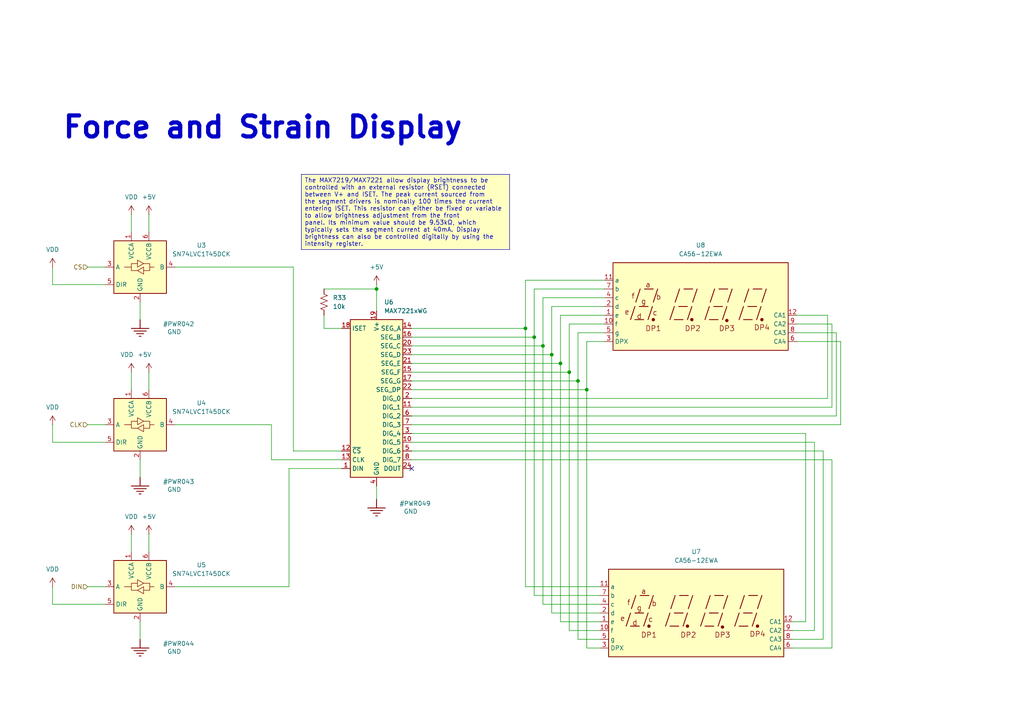
<source format=kicad_sch>
(kicad_sch (version 20231120) (generator "eeschema") (generator_version "8.0")
  (paper "A4")
  (lib_symbols
    (symbol "Device:R_US" (pin_numbers hide) (pin_names (offset 0))
      (property "Reference" "R" (at 2.54 0 90))
      (property "Value" "R_US" (at -2.54 0 90))
      (symbol "R_US_0_1"
        (polyline (pts (xy 0 -2.286) (xy 0 -2.54)))
        (polyline (pts (xy 0 2.286) (xy 0 2.54)))
        (polyline (pts (xy 0 -0.762) (xy 1.016 -1.143) (xy 0 -1.524) (xy -1.016 -1.905) (xy 0 -2.286)))
        (polyline (pts (xy 0 0.762) (xy 1.016 0.381) (xy 0 0) (xy -1.016 -0.381) (xy 0 -0.762)))
        (polyline (pts (xy 0 2.286) (xy 1.016 1.905) (xy 0 1.524) (xy -1.016 1.143) (xy 0 0.762)))
      )
      (symbol "R_US_1_1"
        (pin passive line (at 0 3.81 270) (length 1.27) (name "~") (number "1"))
        (pin passive line (at 0 -3.81 90) (length 1.27) (name "~") (number "2"))
      )
    )
    (symbol "Display_Character:CA56-12EWA"
      (property "Reference" "U" (at -24.13 13.97 0))
      (property "Value" "CA56-12EWA" (at 19.05 13.97 0))
      (symbol "CA56-12EWA_0_0"
        (rectangle (start -25.4 12.7) (end 25.4 -12.7) (stroke (width 0.254)) (fill (type background)))
        (polyline (pts (xy -20.32 -3.81) (xy -19.05 0)) (stroke (width 0.254)))
        (polyline (pts (xy -19.05 -3.81) (xy -16.51 -3.81)) (stroke (width 0.254)))
        (polyline (pts (xy -18.796 1.27) (xy -17.526 5.08)) (stroke (width 0.254)))
        (polyline (pts (xy -17.78 0) (xy -15.24 0)) (stroke (width 0.254)))
        (polyline (pts (xy -16.256 5.08) (xy -13.716 5.08)) (stroke (width 0.254)))
        (polyline (pts (xy -15.24 -3.81) (xy -13.97 0)) (stroke (width 0.254)))
        (polyline (pts (xy -13.716 1.27) (xy -12.446 5.08)) (stroke (width 0.254)))
        (polyline (pts (xy -8.89 -3.81) (xy -7.62 0)) (stroke (width 0.254)))
        (polyline (pts (xy -7.62 -3.81) (xy -5.08 -3.81)) (stroke (width 0.254)))
        (polyline (pts (xy -7.366 1.27) (xy -6.096 5.08)) (stroke (width 0.254)))
        (polyline (pts (xy -6.35 0) (xy -3.81 0)) (stroke (width 0.254)))
        (polyline (pts (xy -4.826 5.08) (xy -2.286 5.08)) (stroke (width 0.254)))
        (polyline (pts (xy -3.81 -3.81) (xy -2.54 0)) (stroke (width 0.254)))
        (polyline (pts (xy -2.286 1.27) (xy -1.016 5.08)) (stroke (width 0.254)))
        (polyline (pts (xy 1.27 -3.81) (xy 2.54 0)) (stroke (width 0.254)))
        (polyline (pts (xy 2.54 -3.81) (xy 5.08 -3.81)) (stroke (width 0.254)))
        (polyline (pts (xy 2.794 1.27) (xy 4.064 5.08)) (stroke (width 0.254)))
        (polyline (pts (xy 3.81 0) (xy 6.35 0)) (stroke (width 0.254)))
        (polyline (pts (xy 5.334 5.08) (xy 7.874 5.08)) (stroke (width 0.254)))
        (polyline (pts (xy 6.35 -3.81) (xy 7.62 0)) (stroke (width 0.254)))
        (polyline (pts (xy 7.874 1.27) (xy 9.144 5.08)) (stroke (width 0.254)))
        (polyline (pts (xy 11.176 -3.81) (xy 12.446 0)) (stroke (width 0.254)))
        (polyline (pts (xy 12.446 -3.81) (xy 14.986 -3.81)) (stroke (width 0.254)))
        (polyline (pts (xy 12.7 1.27) (xy 13.97 5.08)) (stroke (width 0.254)))
        (polyline (pts (xy 13.716 0) (xy 16.256 0)) (stroke (width 0.254)))
        (polyline (pts (xy 15.24 5.08) (xy 17.78 5.08)) (stroke (width 0.254)))
        (polyline (pts (xy 16.256 -3.81) (xy 17.526 0)) (stroke (width 0.254)))
        (polyline (pts (xy 17.78 1.27) (xy 19.05 5.08)) (stroke (width 0.254)))
        (text "a" (at -15.24 6.35 0) (effects (font (size 1.524 1.524))))
        (text "b" (at -12.192 2.794 0) (effects (font (size 1.524 1.524))))
        (text "c" (at -13.208 -1.778 0) (effects (font (size 1.524 1.524))))
        (text "d" (at -17.78 -2.794 0) (effects (font (size 1.524 1.524))))
        (text "DP1" (at -13.716 -6.35 0) (effects (font (size 1.524 1.524))))
        (text "DP2" (at -2.286 -6.35 0) (effects (font (size 1.524 1.524))))
        (text "DP3" (at 7.62 -6.35 0) (effects (font (size 1.524 1.524))))
        (text "DP4" (at 17.78 -6.096 0) (effects (font (size 1.524 1.524))))
        (text "e" (at -21.336 -1.524 0) (effects (font (size 1.524 1.524))))
        (text "f" (at -19.558 3.048 0) (effects (font (size 1.524 1.524))))
        (text "g" (at -16.51 1.524 0) (effects (font (size 1.524 1.524))))
      )
      (symbol "CA56-12EWA_0_1"
        (circle (center -13.716 -3.81) (radius 0.3556) (stroke (width 0.254)) (fill (type outline)))
        (circle (center -2.54 -3.81) (radius 0.3556) (stroke (width 0.254)) (fill (type outline)))
      )
      (symbol "CA56-12EWA_1_0"
        (circle (center 7.62 -4.064) (radius 0.3556) (stroke (width 0.254)) (fill (type outline)))
        (circle (center 17.78 -3.81) (radius 0.3556) (stroke (width 0.254)) (fill (type outline)))
      )
      (symbol "CA56-12EWA_1_1"
        (pin input line (at -27.94 -2.54 0) (length 2.54) (name "e") (number "1"))
        (pin input line (at -27.94 -5.08 0) (length 2.54) (name "f") (number "10"))
        (pin input line (at -27.94 7.62 0) (length 2.54) (name "a") (number "11"))
        (pin input line (at 27.94 -2.54 180) (length 2.54) (name "CA1") (number "12"))
        (pin input line (at -27.94 0 0) (length 2.54) (name "d") (number "2"))
        (pin input line (at -27.94 -10.16 0) (length 2.54) (name "DPX") (number "3"))
        (pin input line (at -27.94 2.54 0) (length 2.54) (name "c") (number "4"))
        (pin input line (at -27.94 -7.62 0) (length 2.54) (name "g") (number "5"))
        (pin input line (at 27.94 -10.16 180) (length 2.54) (name "CA4") (number "6"))
        (pin input line (at -27.94 5.08 0) (length 2.54) (name "b") (number "7"))
        (pin input line (at 27.94 -7.62 180) (length 2.54) (name "CA3") (number "8"))
        (pin input line (at 27.94 -5.08 180) (length 2.54) (name "CA2") (number "9"))
      )
    )
    (symbol "Driver_LED:MAX7221xWG"
      (property "Reference" "U" (at -6.35 24.13 0))
      (property "Value" "MAX7221xWG" (at 1.27 25.4 0))
      (symbol "MAX7221xWG_0_1"
        (rectangle (start -7.62 22.86) (end 7.62 -22.86) (stroke (width 0.254)) (fill (type background)))
      )
      (symbol "MAX7221xWG_1_1"
        (pin input line (at -10.16 -20.32 0) (length 2.54) (name "DIN") (number "1"))
        (pin open_collector line (at 10.16 -12.7 180) (length 2.54) (name "DIG_5") (number "10"))
        (pin open_collector line (at 10.16 -2.54 180) (length 2.54) (name "DIG_1") (number "11"))
        (pin input line (at -10.16 -15.24 0) (length 2.54) (name "~{CS}") (number "12"))
        (pin input line (at -10.16 -17.78 0) (length 2.54) (name "CLK") (number "13"))
        (pin open_emitter line (at 10.16 20.32 180) (length 2.54) (name "SEG_A") (number "14"))
        (pin open_emitter line (at 10.16 7.62 180) (length 2.54) (name "SEG_F") (number "15"))
        (pin open_emitter line (at 10.16 17.78 180) (length 2.54) (name "SEG_B") (number "16"))
        (pin open_emitter line (at 10.16 5.08 180) (length 2.54) (name "SEG_G") (number "17"))
        (pin input line (at -10.16 20.32 0) (length 2.54) (name "ISET") (number "18"))
        (pin power_in line (at 0 25.4 270) (length 2.54) (name "V+") (number "19"))
        (pin open_collector line (at 10.16 0 180) (length 2.54) (name "DIG_0") (number "2"))
        (pin open_emitter line (at 10.16 15.24 180) (length 2.54) (name "SEG_C") (number "20"))
        (pin open_emitter line (at 10.16 10.16 180) (length 2.54) (name "SEG_E") (number "21"))
        (pin open_emitter line (at 10.16 2.54 180) (length 2.54) (name "SEG_DP") (number "22"))
        (pin open_emitter line (at 10.16 12.7 180) (length 2.54) (name "SEG_D") (number "23"))
        (pin output line (at 10.16 -20.32 180) (length 2.54) (name "DOUT") (number "24"))
        (pin open_collector line (at 10.16 -10.16 180) (length 2.54) (name "DIG_4") (number "3"))
        (pin power_in line (at 0 -25.4 90) (length 2.54) (name "GND") (number "4"))
        (pin open_collector line (at 10.16 -15.24 180) (length 2.54) (name "DIG_6") (number "5"))
        (pin open_collector line (at 10.16 -5.08 180) (length 2.54) (name "DIG_2") (number "6"))
        (pin open_collector line (at 10.16 -7.62 180) (length 2.54) (name "DIG_3") (number "7"))
        (pin open_collector line (at 10.16 -17.78 180) (length 2.54) (name "DIG_7") (number "8"))
        (pin passive line (at 0 -25.4 90) (length 2.54) hide (name "GND") (number "9"))
      )
    )
    (symbol "Logic_LevelTranslator:SN74LVC1T45DCK"
      (property "Reference" "U" (at -6.35 8.89 0))
      (property "Value" "SN74LVC1T45DCK" (at 3.81 8.89 0))
      (symbol "SN74LVC1T45DCK_0_1"
        (rectangle (start -7.62 7.62) (end 7.62 -7.62) (stroke (width 0.254)) (fill (type background)))
        (polyline (pts (xy -2.54 0) (xy -2.54 1.016) (xy -0.762 1.016)))
        (polyline (pts (xy 2.794 0) (xy 2.794 -1.016) (xy 1.016 -1.016)))
        (polyline (pts (xy -0.762 -1.016) (xy -2.54 -1.016) (xy -2.54 0) (xy -4.572 0)))
        (polyline (pts (xy -0.762 0) (xy -0.762 2.032) (xy 1.016 1.016) (xy -0.762 0)))
        (polyline (pts (xy 1.016 1.016) (xy 2.794 1.016) (xy 2.794 0) (xy 4.064 0)))
        (polyline (pts (xy 1.016 0) (xy 1.016 -1.778) (xy 1.016 -2.032) (xy -0.762 -1.016) (xy 1.016 0)))
      )
      (symbol "SN74LVC1T45DCK_1_1"
        (pin power_in line (at -2.54 10.16 270) (length 2.54) (name "VCCA") (number "1"))
        (pin power_in line (at 0 -10.16 90) (length 2.54) (name "GND") (number "2"))
        (pin bidirectional line (at -10.16 0 0) (length 2.54) (name "A") (number "3"))
        (pin bidirectional line (at 10.16 0 180) (length 2.54) (name "B") (number "4"))
        (pin input line (at -10.16 -5.08 0) (length 2.54) (name "DIR") (number "5"))
        (pin power_in line (at 2.54 10.16 270) (length 2.54) (name "VCCB") (number "6"))
      )
    )
    (symbol "UMTK-altium-import:GND" (power)
      (property "Reference" "#PWR" (at 0 0 0))
      (property "Value" "GND" (at 0 6.35 0))
      (symbol "GND_0_0"
        (polyline (pts (xy -2.54 -2.54) (xy 2.54 -2.54)) (stroke (width 0.254)))
        (polyline (pts (xy -1.778 -3.302) (xy 1.778 -3.302)) (stroke (width 0.254)))
        (polyline (pts (xy -1.016 -4.064) (xy 1.016 -4.064)) (stroke (width 0.254)))
        (polyline (pts (xy -0.254 -4.826) (xy 0.254 -4.826)) (stroke (width 0.254)))
        (polyline (pts (xy 0 0) (xy 0 -2.54)) (stroke (width 0.254)))
        (pin power_in line (at 0 0 0) (length 0) hide (name "GND") (number ""))
      )
    )
    (symbol "power:+5V" (power) (pin_numbers hide) (pin_names (offset 0) hide)
      (property "Value" "+5V" (at 0 3.556 0))
      (symbol "+5V_0_1"
        (polyline (pts (xy -0.762 1.27) (xy 0 2.54)))
        (polyline (pts (xy 0 0) (xy 0 2.54)))
        (polyline (pts (xy 0 2.54) (xy 0.762 1.27)))
      )
      (symbol "+5V_1_1"
        (pin power_in line (at 0 0 90) (length 0) (name "~") (number "1"))
      )
    )
    (symbol "power:VDD" (power) (pin_numbers hide) (pin_names (offset 0) hide)
      (property "Value" "VDD" (at 0 3.556 0))
      (symbol "VDD_0_1"
        (polyline (pts (xy -0.762 1.27) (xy 0 2.54)))
        (polyline (pts (xy 0 0) (xy 0 2.54)))
        (polyline (pts (xy 0 2.54) (xy 0.762 1.27)))
      )
      (symbol "VDD_1_1"
        (pin power_in line (at 0 0 90) (length 0) (name "~") (number "1"))
      )
    )
  )
  (junction (at 162.56 105.41))
  (junction (at 167.64 110.49))
  (junction (at 157.48 100.33))
  (junction (at 109.22 83.82))
  (junction (at 160.02 102.87))
  (junction (at 152.4 95.25))
  (junction (at 170.18 113.03))
  (junction (at 154.94 97.79))
  (junction (at 165.1 107.95))
  (no_connect (at 119.38 135.89))
  (wire (pts (xy 167.64 110.49) (xy 167.64 185.42)))
  (wire (pts (xy 162.56 91.44) (xy 162.56 105.41)))
  (wire (pts (xy 93.98 95.25) (xy 99.06 95.25)))
  (wire (pts (xy 243.84 123.19) (xy 243.84 99.06)))
  (wire (pts (xy 93.98 91.44) (xy 93.98 95.25)))
  (wire (pts (xy 50.8 170.18) (xy 83.82 170.18)))
  (wire (pts (xy 167.64 185.42) (xy 173.99 185.42)))
  (wire (pts (xy 157.48 86.36) (xy 157.48 100.33)))
  (wire (pts (xy 175.26 93.98) (xy 165.1 93.98)))
  (wire (pts (xy 170.18 187.96) (xy 173.99 187.96)))
  (wire (pts (xy 243.84 99.06) (xy 231.14 99.06)))
  (wire (pts (xy 157.48 175.26) (xy 173.99 175.26)))
  (wire (pts (xy 152.4 170.18) (xy 173.99 170.18)))
  (wire (pts (xy 119.38 128.27) (xy 236.22 128.27)))
  (wire (pts (xy 242.57 96.52) (xy 231.14 96.52)))
  (wire (pts (xy 15.24 82.55) (xy 30.48 82.55)))
  (wire (pts (xy 78.74 123.19) (xy 78.74 133.35)))
  (wire (pts (xy 119.38 115.57) (xy 240.03 115.57)))
  (wire (pts (xy 165.1 107.95) (xy 165.1 182.88)))
  (wire (pts (xy 242.57 120.65) (xy 242.57 96.52)))
  (wire (pts (xy 38.1 62.23) (xy 38.1 67.31)))
  (wire (pts (xy 236.22 182.88) (xy 229.87 182.88)))
  (wire (pts (xy 93.98 83.82) (xy 109.22 83.82)))
  (wire (pts (xy 175.26 81.28) (xy 152.4 81.28)))
  (wire (pts (xy 241.3 93.98) (xy 241.3 118.11)))
  (wire (pts (xy 119.38 130.81) (xy 238.76 130.81)))
  (wire (pts (xy 233.68 180.34) (xy 229.87 180.34)))
  (wire (pts (xy 241.3 118.11) (xy 119.38 118.11)))
  (wire (pts (xy 238.76 185.42) (xy 229.87 185.42)))
  (wire (pts (xy 50.8 77.47) (xy 85.09 77.47)))
  (wire (pts (xy 40.64 87.63) (xy 40.64 92.71)))
  (wire (pts (xy 154.94 97.79) (xy 154.94 172.72)))
  (wire (pts (xy 109.22 83.82) (xy 109.22 90.17)))
  (wire (pts (xy 238.76 130.81) (xy 238.76 185.42)))
  (wire (pts (xy 119.38 95.25) (xy 152.4 95.25)))
  (wire (pts (xy 119.38 105.41) (xy 162.56 105.41)))
  (wire (pts (xy 40.64 180.34) (xy 40.64 185.42)))
  (wire (pts (xy 119.38 113.03) (xy 170.18 113.03)))
  (wire (pts (xy 85.09 130.81) (xy 99.06 130.81)))
  (wire (pts (xy 157.48 100.33) (xy 157.48 175.26)))
  (wire (pts (xy 154.94 172.72) (xy 173.99 172.72)))
  (wire (pts (xy 119.38 107.95) (xy 165.1 107.95)))
  (wire (pts (xy 119.38 125.73) (xy 233.68 125.73)))
  (wire (pts (xy 25.4 77.47) (xy 30.48 77.47)))
  (wire (pts (xy 162.56 180.34) (xy 173.99 180.34)))
  (wire (pts (xy 154.94 83.82) (xy 154.94 97.79)))
  (wire (pts (xy 241.3 187.96) (xy 229.87 187.96)))
  (wire (pts (xy 175.26 86.36) (xy 157.48 86.36)))
  (wire (pts (xy 241.3 133.35) (xy 241.3 187.96)))
  (wire (pts (xy 162.56 105.41) (xy 162.56 180.34)))
  (wire (pts (xy 78.74 133.35) (xy 99.06 133.35)))
  (wire (pts (xy 119.38 120.65) (xy 242.57 120.65)))
  (wire (pts (xy 119.38 123.19) (xy 243.84 123.19)))
  (wire (pts (xy 25.4 123.19) (xy 30.48 123.19)))
  (wire (pts (xy 152.4 95.25) (xy 152.4 170.18)))
  (wire (pts (xy 240.03 115.57) (xy 240.03 91.44)))
  (wire (pts (xy 25.4 170.18) (xy 30.48 170.18)))
  (wire (pts (xy 160.02 88.9) (xy 160.02 102.87)))
  (wire (pts (xy 160.02 177.8) (xy 173.99 177.8)))
  (wire (pts (xy 175.26 88.9) (xy 160.02 88.9)))
  (wire (pts (xy 15.24 128.27) (xy 30.48 128.27)))
  (wire (pts (xy 175.26 91.44) (xy 162.56 91.44)))
  (wire (pts (xy 43.18 154.94) (xy 43.18 160.02)))
  (wire (pts (xy 167.64 96.52) (xy 167.64 110.49)))
  (wire (pts (xy 165.1 93.98) (xy 165.1 107.95)))
  (wire (pts (xy 83.82 135.89) (xy 99.06 135.89)))
  (wire (pts (xy 119.38 133.35) (xy 241.3 133.35)))
  (wire (pts (xy 50.8 123.19) (xy 78.74 123.19)))
  (wire (pts (xy 231.14 93.98) (xy 241.3 93.98)))
  (wire (pts (xy 38.1 154.94) (xy 38.1 160.02)))
  (wire (pts (xy 175.26 96.52) (xy 167.64 96.52)))
  (wire (pts (xy 15.24 175.26) (xy 30.48 175.26)))
  (wire (pts (xy 152.4 81.28) (xy 152.4 95.25)))
  (wire (pts (xy 160.02 102.87) (xy 160.02 177.8)))
  (wire (pts (xy 85.09 77.47) (xy 85.09 130.81)))
  (wire (pts (xy 15.24 170.18) (xy 15.24 175.26)))
  (wire (pts (xy 236.22 128.27) (xy 236.22 182.88)))
  (wire (pts (xy 40.64 133.35) (xy 40.64 138.43)))
  (wire (pts (xy 43.18 107.95) (xy 43.18 113.03)))
  (wire (pts (xy 119.38 110.49) (xy 167.64 110.49)))
  (wire (pts (xy 15.24 77.47) (xy 15.24 82.55)))
  (wire (pts (xy 240.03 91.44) (xy 231.14 91.44)))
  (wire (pts (xy 15.24 123.19) (xy 15.24 128.27)))
  (wire (pts (xy 175.26 83.82) (xy 154.94 83.82)))
  (wire (pts (xy 119.38 102.87) (xy 160.02 102.87)))
  (wire (pts (xy 170.18 113.03) (xy 170.18 187.96)))
  (wire (pts (xy 109.22 140.97) (xy 109.22 144.78)))
  (wire (pts (xy 165.1 182.88) (xy 173.99 182.88)))
  (wire (pts (xy 109.22 82.55) (xy 109.22 83.82)))
  (wire (pts (xy 175.26 99.06) (xy 170.18 99.06)))
  (wire (pts (xy 119.38 100.33) (xy 157.48 100.33)))
  (wire (pts (xy 83.82 170.18) (xy 83.82 135.89)))
  (wire (pts (xy 119.38 97.79) (xy 154.94 97.79)))
  (wire (pts (xy 170.18 99.06) (xy 170.18 113.03)))
  (wire (pts (xy 233.68 125.73) (xy 233.68 180.34)))
  (wire (pts (xy 38.1 107.95) (xy 38.1 113.03)))
  (wire (pts (xy 43.18 62.23) (xy 43.18 67.31)))
  (text_box "The MAX7219/MAX7221 allow display brightness to be\ncontrolled with an external resistor (RSET) connected\nbetween V+ and ISET. The peak current sourced from\nthe segment drivers is nominally 100 times the current\nentering ISET. This resistor can either be fixed or variable to allow brightness adjustment from the front\npanel. Its minimum value should be 9.53kΩ, which typically sets the segment current at 40mA. Display brightness can also be controlled digitally by using the\nintensity register." (at 87.376 50.546 0) (size 60.452 21.844) (fill (type color) (color 255 255 194 1)) (effects (font (size 1.27 1.27)) (justify left top)))
  (text "Force and Strain Display" (at 17.78 40.64 0) (effects (font (size 6.096 6.096) (thickness 1.2192) (bold yes)) (justify left bottom)))
  (hierarchical_label "CS" (shape input) (at 25.4 77.47 180))
  (hierarchical_label "DIN" (shape input) (at 25.4 170.18 180))
  (hierarchical_label "CLK" (shape input) (at 25.4 123.19 180))
  (symbol (lib_id "UMTK-altium-import:GND") (at 40.64 185.42 0) (unit 1)
    (property "Reference" "#PWR044" (at 51.816 186.69 0))
    (property "Value" "GND" (at 50.546 188.976 0))
    (property "Description" "Power symbol creates a global label with name 'GND'" (effects (hide yes)))
  )
  (symbol (lib_id "Logic_LevelTranslator:SN74LVC1T45DCK") (at 40.64 77.47 0) (unit 1)
    (property "Reference" "U3" (at 58.42 71.1514 0))
    (property "Value" "SN74LVC1T45DCK" (at 58.42 73.6914 0))
    (property "Footprint" "Package_TO_SOT_SMD:SOT-23-6" (effects (hide yes)))
    (property "Datasheet" "http://www.ti.com/lit/ds/symlink/sn74lvc1t45.pdf" (effects (hide yes)))
    (property "Description" "Single-Bit Dual-Supply Bus Transceiver With Configurable Voltage Translation and 3-State Outputs, SOT-363" (effects (hide yes)))
  )
  (symbol (lib_id "power:VDD") (at 38.1 154.94 0) (unit 1)
    (property "Reference" "#PWR041" (effects (hide yes)))
    (property "Value" "VDD" (at 38.1 149.86 0))
    (property "Description" "Power symbol creates a global label with name \"VDD\"" (effects (hide yes)))
  )
  (symbol (lib_id "Device:R_US") (at 93.98 87.63 0) (unit 1)
    (property "Reference" "R33" (at 96.52 86.3599 0) (effects (justify left)))
    (property "Value" "10k" (at 96.52 88.8999 0) (effects (justify left)))
    (property "Footprint" "Resistor_SMD:R_0402_1005Metric" (effects (hide yes)))
    (property "Description" "Resistor, US symbol" (effects (hide yes)))
  )
  (symbol (lib_id "UMTK-altium-import:GND") (at 40.64 138.43 0) (unit 1)
    (property "Reference" "#PWR043" (at 51.816 139.7 0))
    (property "Value" "GND" (at 50.546 141.986 0))
    (property "Description" "Power symbol creates a global label with name 'GND'" (effects (hide yes)))
  )
  (symbol (lib_id "UMTK-altium-import:GND") (at 40.64 92.71 0) (unit 1)
    (property "Reference" "#PWR042" (at 51.816 93.98 0))
    (property "Value" "GND" (at 50.546 96.266 0))
    (property "Description" "Power symbol creates a global label with name 'GND'" (effects (hide yes)))
  )
  (symbol (lib_id "Driver_LED:MAX7221xWG") (at 109.22 115.57 0) (unit 1)
    (property "Reference" "U6" (at 111.4141 87.63 0) (effects (justify left)))
    (property "Value" "MAX7221xWG" (at 111.4141 90.17 0) (effects (justify left)))
    (property "Footprint" "Package_SO:SOIC-24W_7.5x15.4mm_P1.27mm" (effects (hide yes)))
    (property "Datasheet" "https://datasheets.maximintegrated.com/en/ds/MAX7219-MAX7221.pdf" (effects (hide yes)))
    (property "Description" "Serially Interfaced, 8-Digit LED Display Driver, SOIC-24W" (effects (hide yes)))
  )
  (symbol (lib_id "power:+5V") (at 43.18 154.94 0) (unit 1)
    (property "Reference" "#PWR047" (effects (hide yes)))
    (property "Value" "+5V" (at 43.18 149.86 0))
    (property "Description" "Power symbol creates a global label with name \"+5V\"" (effects (hide yes)))
  )
  (symbol (lib_id "power:VDD") (at 15.24 170.18 0) (unit 1)
    (property "Reference" "#PWR038" (effects (hide yes)))
    (property "Value" "VDD" (at 15.24 165.1 0))
    (property "Description" "Power symbol creates a global label with name \"VDD\"" (effects (hide yes)))
  )
  (symbol (lib_id "power:+5V") (at 109.22 82.55 0) (unit 1)
    (property "Reference" "#PWR048" (effects (hide yes)))
    (property "Value" "+5V" (at 109.22 77.47 0))
    (property "Description" "Power symbol creates a global label with name \"+5V\"" (effects (hide yes)))
  )
  (symbol (lib_id "Display_Character:CA56-12EWA") (at 201.93 177.8 0) (unit 1)
    (property "Reference" "U7" (at 201.93 160.02 0))
    (property "Value" "CA56-12EWA" (at 201.93 162.56 0))
    (property "Footprint" "Display_7Segment:CA56-12EWA" (effects (hide yes)))
    (property "Datasheet" "http://www.kingbrightusa.com/images/catalog/SPEC/CA56-12EWA.pdf" (effects (hide yes)))
    (property "Description" "4 digit 7 segment high efficiency red LED, common anode" (effects (hide yes)))
  )
  (symbol (lib_id "Display_Character:CA56-12EWA") (at 203.2 88.9 0) (unit 1)
    (property "Reference" "U8" (at 203.2 71.12 0))
    (property "Value" "CA56-12EWA" (at 203.2 73.66 0))
    (property "Footprint" "Display_7Segment:CA56-12EWA" (effects (hide yes)))
    (property "Datasheet" "http://www.kingbrightusa.com/images/catalog/SPEC/CA56-12EWA.pdf" (effects (hide yes)))
    (property "Description" "4 digit 7 segment high efficiency red LED, common anode" (effects (hide yes)))
  )
  (symbol (lib_id "Logic_LevelTranslator:SN74LVC1T45DCK") (at 40.64 170.18 0) (unit 1)
    (property "Reference" "U5" (at 58.42 163.8614 0))
    (property "Value" "SN74LVC1T45DCK" (at 58.42 166.4014 0))
    (property "Footprint" "Package_TO_SOT_SMD:SOT-23-6" (effects (hide yes)))
    (property "Datasheet" "http://www.ti.com/lit/ds/symlink/sn74lvc1t45.pdf" (effects (hide yes)))
    (property "Description" "Single-Bit Dual-Supply Bus Transceiver With Configurable Voltage Translation and 3-State Outputs, SOT-363" (effects (hide yes)))
  )
  (symbol (lib_id "power:+5V") (at 43.18 107.95 0) (unit 1)
    (property "Reference" "#PWR046" (effects (hide yes)))
    (property "Value" "+5V" (at 41.91 102.87 0))
    (property "Description" "Power symbol creates a global label with name \"+5V\"" (effects (hide yes)))
  )
  (symbol (lib_id "power:VDD") (at 38.1 107.95 0) (unit 1)
    (property "Reference" "#PWR040" (effects (hide yes)))
    (property "Value" "VDD" (at 36.83 102.87 0))
    (property "Description" "Power symbol creates a global label with name \"VDD\"" (effects (hide yes)))
  )
  (symbol (lib_id "power:VDD") (at 15.24 77.47 0) (unit 1)
    (property "Reference" "#PWR036" (effects (hide yes)))
    (property "Value" "VDD" (at 15.24 72.39 0))
    (property "Description" "Power symbol creates a global label with name \"VDD\"" (effects (hide yes)))
  )
  (symbol (lib_id "power:VDD") (at 15.24 123.19 0) (unit 1)
    (property "Reference" "#PWR037" (effects (hide yes)))
    (property "Value" "VDD" (at 15.24 118.11 0))
    (property "Description" "Power symbol creates a global label with name \"VDD\"" (effects (hide yes)))
  )
  (symbol (lib_id "power:VDD") (at 38.1 62.23 0) (unit 1)
    (property "Reference" "#PWR039" (effects (hide yes)))
    (property "Value" "VDD" (at 38.1 57.15 0))
    (property "Description" "Power symbol creates a global label with name \"VDD\"" (effects (hide yes)))
  )
  (symbol (lib_id "UMTK-altium-import:GND") (at 109.22 144.78 0) (unit 1)
    (property "Reference" "#PWR049" (at 120.396 146.05 0))
    (property "Value" "GND" (at 119.126 148.336 0))
    (property "Description" "Power symbol creates a global label with name 'GND'" (effects (hide yes)))
  )
  (symbol (lib_id "power:+5V") (at 43.18 62.23 0) (unit 1)
    (property "Reference" "#PWR045" (effects (hide yes)))
    (property "Value" "+5V" (at 43.18 57.15 0))
    (property "Description" "Power symbol creates a global label with name \"+5V\"" (effects (hide yes)))
  )
  (symbol (lib_id "Logic_LevelTranslator:SN74LVC1T45DCK") (at 40.64 123.19 0) (unit 1)
    (property "Reference" "U4" (at 58.42 116.8714 0))
    (property "Value" "SN74LVC1T45DCK" (at 58.42 119.4114 0))
    (property "Footprint" "Package_TO_SOT_SMD:SOT-23-6" (effects (hide yes)))
    (property "Datasheet" "http://www.ti.com/lit/ds/symlink/sn74lvc1t45.pdf" (effects (hide yes)))
    (property "Description" "Single-Bit Dual-Supply Bus Transceiver With Configurable Voltage Translation and 3-State Outputs, SOT-363" (effects (hide yes)))
  )
)
</source>
